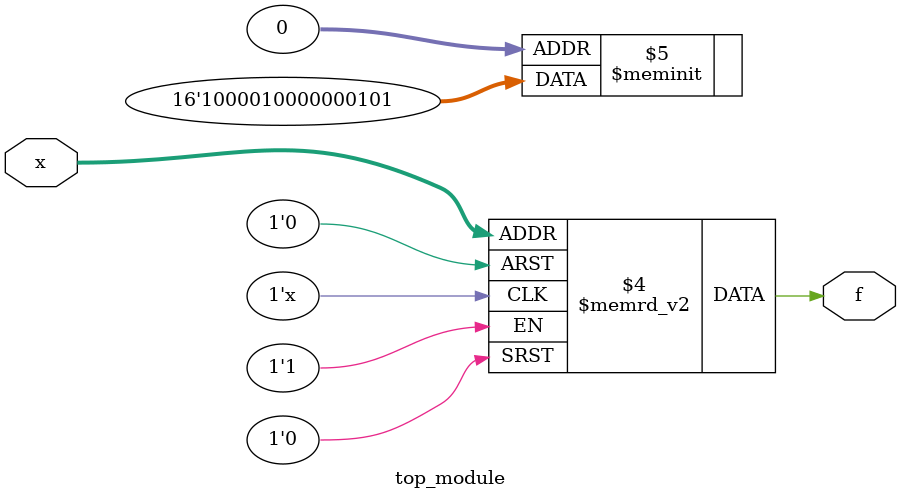
<source format=sv>
module top_module (
	input [4:1] x,
	output logic f
);

	always_comb begin
		case (x)
			4'b0000: f = 1;
			4'b0001: f = 0;
			4'b0011: f = 0;
			4'b0010: f = 1;
			4'b0100: f = 0;
			4'b0101: f = 0;
			4'b0111: f = 0;
			4'b0110: f = 0;
			4'b1000: f = 0;
			4'b1001: f = 0;
			4'b1011: f = 0;
			4'b1010: f = 1;
			4'b1100: f = 0;
			4'b1101: f = 0;
			4'b1111: f = 1;
			4'b1110: f = 0;
			default: f = 0;
		endcase
	end
endmodule

</source>
